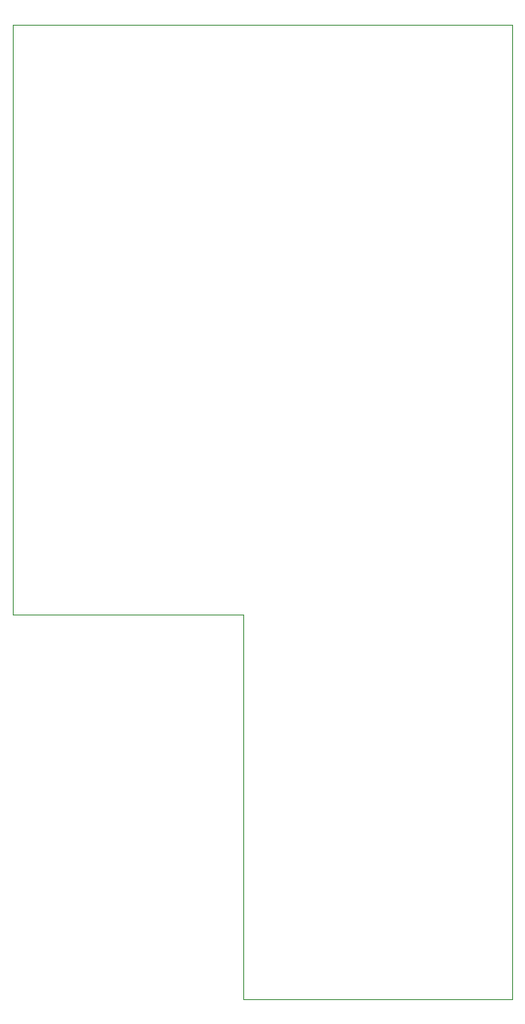
<source format=gbr>
%TF.GenerationSoftware,KiCad,Pcbnew,9.0.5*%
%TF.CreationDate,2025-11-06T21:16:11+01:00*%
%TF.ProjectId,telecomando,74656c65-636f-46d6-916e-646f2e6b6963,rev?*%
%TF.SameCoordinates,PX5e78920PY1360f00*%
%TF.FileFunction,Profile,NP*%
%FSLAX46Y46*%
G04 Gerber Fmt 4.6, Leading zero omitted, Abs format (unit mm)*
G04 Created by KiCad (PCBNEW 9.0.5) date 2025-11-06 21:16:11*
%MOMM*%
%LPD*%
G01*
G04 APERTURE LIST*
%TA.AperFunction,Profile*%
%ADD10C,0.100000*%
%TD*%
G04 APERTURE END LIST*
D10*
X22860000Y-96520000D02*
X49530000Y-96520000D01*
X22860000Y-96520000D02*
X22860000Y-58420000D01*
X49530000Y0D02*
X49530000Y-96520000D01*
X0Y0D02*
X49530000Y0D01*
X0Y-58420000D02*
X22860000Y-58420000D01*
X0Y0D02*
X0Y-58420000D01*
M02*

</source>
